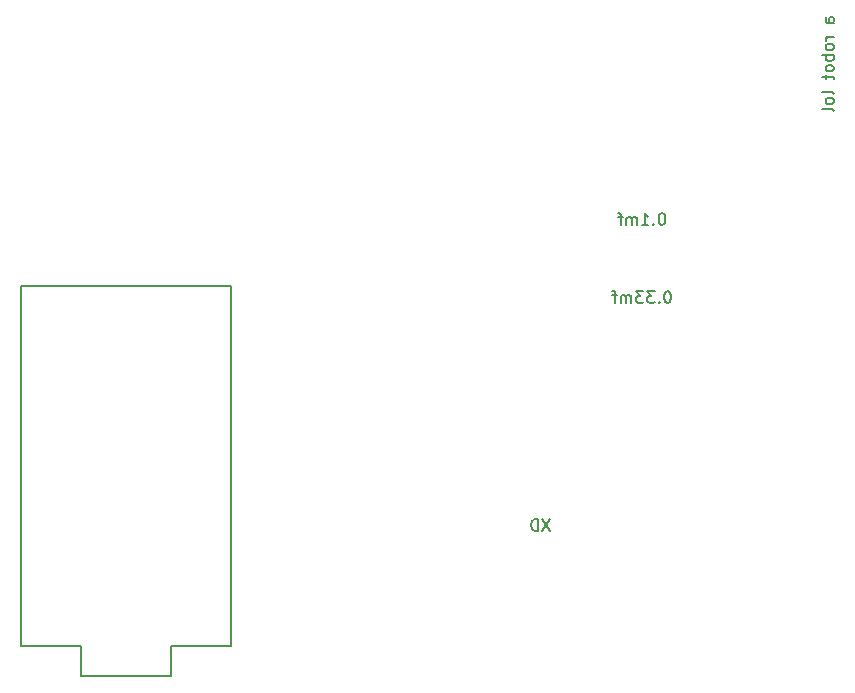
<source format=gbr>
%TF.GenerationSoftware,KiCad,Pcbnew,(5.1.9)-1*%
%TF.CreationDate,2021-05-23T21:09:51-07:00*%
%TF.ProjectId,bbot-pcb,62626f74-2d70-4636-922e-6b696361645f,rev?*%
%TF.SameCoordinates,Original*%
%TF.FileFunction,Legend,Bot*%
%TF.FilePolarity,Positive*%
%FSLAX46Y46*%
G04 Gerber Fmt 4.6, Leading zero omitted, Abs format (unit mm)*
G04 Created by KiCad (PCBNEW (5.1.9)-1) date 2021-05-23 21:09:51*
%MOMM*%
%LPD*%
G01*
G04 APERTURE LIST*
%ADD10C,0.150000*%
G04 APERTURE END LIST*
D10*
X224694476Y-56348380D02*
X224599238Y-56348380D01*
X224504000Y-56396000D01*
X224456380Y-56443619D01*
X224408761Y-56538857D01*
X224361142Y-56729333D01*
X224361142Y-56967428D01*
X224408761Y-57157904D01*
X224456380Y-57253142D01*
X224504000Y-57300761D01*
X224599238Y-57348380D01*
X224694476Y-57348380D01*
X224789714Y-57300761D01*
X224837333Y-57253142D01*
X224884952Y-57157904D01*
X224932571Y-56967428D01*
X224932571Y-56729333D01*
X224884952Y-56538857D01*
X224837333Y-56443619D01*
X224789714Y-56396000D01*
X224694476Y-56348380D01*
X223932571Y-57253142D02*
X223884952Y-57300761D01*
X223932571Y-57348380D01*
X223980190Y-57300761D01*
X223932571Y-57253142D01*
X223932571Y-57348380D01*
X223551619Y-56348380D02*
X222932571Y-56348380D01*
X223265904Y-56729333D01*
X223123047Y-56729333D01*
X223027809Y-56776952D01*
X222980190Y-56824571D01*
X222932571Y-56919809D01*
X222932571Y-57157904D01*
X222980190Y-57253142D01*
X223027809Y-57300761D01*
X223123047Y-57348380D01*
X223408761Y-57348380D01*
X223504000Y-57300761D01*
X223551619Y-57253142D01*
X222599238Y-56348380D02*
X221980190Y-56348380D01*
X222313523Y-56729333D01*
X222170666Y-56729333D01*
X222075428Y-56776952D01*
X222027809Y-56824571D01*
X221980190Y-56919809D01*
X221980190Y-57157904D01*
X222027809Y-57253142D01*
X222075428Y-57300761D01*
X222170666Y-57348380D01*
X222456380Y-57348380D01*
X222551619Y-57300761D01*
X222599238Y-57253142D01*
X221551619Y-57348380D02*
X221551619Y-56681714D01*
X221551619Y-56776952D02*
X221504000Y-56729333D01*
X221408761Y-56681714D01*
X221265904Y-56681714D01*
X221170666Y-56729333D01*
X221123047Y-56824571D01*
X221123047Y-57348380D01*
X221123047Y-56824571D02*
X221075428Y-56729333D01*
X220980190Y-56681714D01*
X220837333Y-56681714D01*
X220742095Y-56729333D01*
X220694476Y-56824571D01*
X220694476Y-57348380D01*
X220361142Y-56681714D02*
X219980190Y-56681714D01*
X220218285Y-57348380D02*
X220218285Y-56491238D01*
X220170666Y-56396000D01*
X220075428Y-56348380D01*
X219980190Y-56348380D01*
X224218285Y-49744380D02*
X224123047Y-49744380D01*
X224027809Y-49792000D01*
X223980190Y-49839619D01*
X223932571Y-49934857D01*
X223884952Y-50125333D01*
X223884952Y-50363428D01*
X223932571Y-50553904D01*
X223980190Y-50649142D01*
X224027809Y-50696761D01*
X224123047Y-50744380D01*
X224218285Y-50744380D01*
X224313523Y-50696761D01*
X224361142Y-50649142D01*
X224408761Y-50553904D01*
X224456380Y-50363428D01*
X224456380Y-50125333D01*
X224408761Y-49934857D01*
X224361142Y-49839619D01*
X224313523Y-49792000D01*
X224218285Y-49744380D01*
X223456380Y-50649142D02*
X223408761Y-50696761D01*
X223456380Y-50744380D01*
X223504000Y-50696761D01*
X223456380Y-50649142D01*
X223456380Y-50744380D01*
X222456380Y-50744380D02*
X223027809Y-50744380D01*
X222742095Y-50744380D02*
X222742095Y-49744380D01*
X222837333Y-49887238D01*
X222932571Y-49982476D01*
X223027809Y-50030095D01*
X222027809Y-50744380D02*
X222027809Y-50077714D01*
X222027809Y-50172952D02*
X221980190Y-50125333D01*
X221884952Y-50077714D01*
X221742095Y-50077714D01*
X221646857Y-50125333D01*
X221599238Y-50220571D01*
X221599238Y-50744380D01*
X221599238Y-50220571D02*
X221551619Y-50125333D01*
X221456380Y-50077714D01*
X221313523Y-50077714D01*
X221218285Y-50125333D01*
X221170666Y-50220571D01*
X221170666Y-50744380D01*
X220837333Y-50077714D02*
X220456380Y-50077714D01*
X220694476Y-50744380D02*
X220694476Y-49887238D01*
X220646857Y-49792000D01*
X220551619Y-49744380D01*
X220456380Y-49744380D01*
X238704380Y-33607809D02*
X238180571Y-33607809D01*
X238085333Y-33560190D01*
X238037714Y-33464952D01*
X238037714Y-33274476D01*
X238085333Y-33179238D01*
X238656761Y-33607809D02*
X238704380Y-33512571D01*
X238704380Y-33274476D01*
X238656761Y-33179238D01*
X238561523Y-33131619D01*
X238466285Y-33131619D01*
X238371047Y-33179238D01*
X238323428Y-33274476D01*
X238323428Y-33512571D01*
X238275809Y-33607809D01*
X238704380Y-34845904D02*
X238037714Y-34845904D01*
X238228190Y-34845904D02*
X238132952Y-34893523D01*
X238085333Y-34941142D01*
X238037714Y-35036380D01*
X238037714Y-35131619D01*
X238704380Y-35607809D02*
X238656761Y-35512571D01*
X238609142Y-35464952D01*
X238513904Y-35417333D01*
X238228190Y-35417333D01*
X238132952Y-35464952D01*
X238085333Y-35512571D01*
X238037714Y-35607809D01*
X238037714Y-35750666D01*
X238085333Y-35845904D01*
X238132952Y-35893523D01*
X238228190Y-35941142D01*
X238513904Y-35941142D01*
X238609142Y-35893523D01*
X238656761Y-35845904D01*
X238704380Y-35750666D01*
X238704380Y-35607809D01*
X238704380Y-36369714D02*
X237704380Y-36369714D01*
X238085333Y-36369714D02*
X238037714Y-36464952D01*
X238037714Y-36655428D01*
X238085333Y-36750666D01*
X238132952Y-36798285D01*
X238228190Y-36845904D01*
X238513904Y-36845904D01*
X238609142Y-36798285D01*
X238656761Y-36750666D01*
X238704380Y-36655428D01*
X238704380Y-36464952D01*
X238656761Y-36369714D01*
X238704380Y-37417333D02*
X238656761Y-37322095D01*
X238609142Y-37274476D01*
X238513904Y-37226857D01*
X238228190Y-37226857D01*
X238132952Y-37274476D01*
X238085333Y-37322095D01*
X238037714Y-37417333D01*
X238037714Y-37560190D01*
X238085333Y-37655428D01*
X238132952Y-37703047D01*
X238228190Y-37750666D01*
X238513904Y-37750666D01*
X238609142Y-37703047D01*
X238656761Y-37655428D01*
X238704380Y-37560190D01*
X238704380Y-37417333D01*
X238037714Y-38036380D02*
X238037714Y-38417333D01*
X237704380Y-38179238D02*
X238561523Y-38179238D01*
X238656761Y-38226857D01*
X238704380Y-38322095D01*
X238704380Y-38417333D01*
X238704380Y-39655428D02*
X238656761Y-39560190D01*
X238561523Y-39512571D01*
X237704380Y-39512571D01*
X238704380Y-40179238D02*
X238656761Y-40084000D01*
X238609142Y-40036380D01*
X238513904Y-39988761D01*
X238228190Y-39988761D01*
X238132952Y-40036380D01*
X238085333Y-40084000D01*
X238037714Y-40179238D01*
X238037714Y-40322095D01*
X238085333Y-40417333D01*
X238132952Y-40464952D01*
X238228190Y-40512571D01*
X238513904Y-40512571D01*
X238609142Y-40464952D01*
X238656761Y-40417333D01*
X238704380Y-40322095D01*
X238704380Y-40179238D01*
X238704380Y-41084000D02*
X238656761Y-40988761D01*
X238561523Y-40941142D01*
X237704380Y-40941142D01*
X214701333Y-75652380D02*
X214034666Y-76652380D01*
X214034666Y-75652380D02*
X214701333Y-76652380D01*
X213653714Y-76652380D02*
X213653714Y-75652380D01*
X213415619Y-75652380D01*
X213272761Y-75700000D01*
X213177523Y-75795238D01*
X213129904Y-75890476D01*
X213082285Y-76080952D01*
X213082285Y-76223809D01*
X213129904Y-76414285D01*
X213177523Y-76509523D01*
X213272761Y-76604761D01*
X213415619Y-76652380D01*
X213653714Y-76652380D01*
%TO.C,U4*%
X169926000Y-55880000D02*
X187706000Y-55880000D01*
X187706000Y-55880000D02*
X187706000Y-86360000D01*
X187706000Y-86360000D02*
X182626000Y-86360000D01*
X182626000Y-86360000D02*
X182626000Y-88900000D01*
X182626000Y-88900000D02*
X175006000Y-88900000D01*
X175006000Y-88900000D02*
X175006000Y-86360000D01*
X175006000Y-86360000D02*
X169926000Y-86360000D01*
X169926000Y-86360000D02*
X169926000Y-55880000D01*
%TD*%
M02*

</source>
